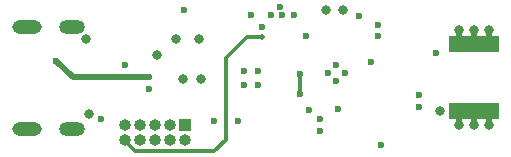
<source format=gbr>
%TF.GenerationSoftware,KiCad,Pcbnew,(5.1.8)-1*%
%TF.CreationDate,2020-12-12T20:42:25+01:00*%
%TF.ProjectId,NRF24Stick,4e524632-3453-4746-9963-6b2e6b696361,rev?*%
%TF.SameCoordinates,Original*%
%TF.FileFunction,Copper,L4,Bot*%
%TF.FilePolarity,Positive*%
%FSLAX46Y46*%
G04 Gerber Fmt 4.6, Leading zero omitted, Abs format (unit mm)*
G04 Created by KiCad (PCBNEW (5.1.8)-1) date 2020-12-12 20:42:25*
%MOMM*%
%LPD*%
G01*
G04 APERTURE LIST*
%TA.AperFunction,SMDPad,CuDef*%
%ADD10R,4.200000X1.350000*%
%TD*%
%TA.AperFunction,ComponentPad*%
%ADD11O,2.500000X1.200000*%
%TD*%
%TA.AperFunction,ComponentPad*%
%ADD12O,2.200000X1.200000*%
%TD*%
%TA.AperFunction,ComponentPad*%
%ADD13O,1.000000X1.000000*%
%TD*%
%TA.AperFunction,ComponentPad*%
%ADD14R,1.000000X1.000000*%
%TD*%
%TA.AperFunction,ViaPad*%
%ADD15C,0.600000*%
%TD*%
%TA.AperFunction,ViaPad*%
%ADD16C,0.800000*%
%TD*%
%TA.AperFunction,ViaPad*%
%ADD17C,0.500000*%
%TD*%
%TA.AperFunction,Conductor*%
%ADD18C,0.500000*%
%TD*%
%TA.AperFunction,Conductor*%
%ADD19C,0.300000*%
%TD*%
G04 APERTURE END LIST*
D10*
%TO.P,J3,2*%
%TO.N,GND*%
X148750000Y-118325000D03*
X148750000Y-112675000D03*
%TD*%
D11*
%TO.P,J2,S1*%
%TO.N,Net-(J2-PadS1)*%
X110900000Y-111180000D03*
X110900000Y-119820000D03*
D12*
X114725000Y-119820000D03*
X114725000Y-111180000D03*
%TD*%
D13*
%TO.P,J1,10*%
%TO.N,/NRST*%
X119170000Y-120770000D03*
%TO.P,J1,9*%
%TO.N,GND*%
X119170000Y-119500000D03*
%TO.P,J1,8*%
%TO.N,N/C*%
X120440000Y-120770000D03*
%TO.P,J1,7*%
X120440000Y-119500000D03*
%TO.P,J1,6*%
X121710000Y-120770000D03*
%TO.P,J1,5*%
%TO.N,GND*%
X121710000Y-119500000D03*
%TO.P,J1,4*%
%TO.N,/SWCLK*%
X122980000Y-120770000D03*
%TO.P,J1,3*%
%TO.N,GND*%
X122980000Y-119500000D03*
%TO.P,J1,2*%
%TO.N,/SWDIO*%
X124250000Y-120770000D03*
D14*
%TO.P,J1,1*%
%TO.N,+3V3*%
X124250000Y-119500000D03*
%TD*%
D15*
%TO.N,GND*%
X137100000Y-114400000D03*
X137100000Y-115800000D03*
X137800000Y-115100000D03*
X136400000Y-115100000D03*
X129300000Y-116100000D03*
X130500000Y-116100000D03*
X130500000Y-114900000D03*
D16*
X150000000Y-111500000D03*
X148750000Y-111500000D03*
X147500000Y-111500000D03*
D15*
X129900000Y-110199992D03*
X132300030Y-109500000D03*
X124200000Y-109800000D03*
X117200000Y-119000000D03*
X121250000Y-116500000D03*
D16*
X116149997Y-118600007D03*
X115862618Y-112235285D03*
D15*
X134500000Y-112000000D03*
X137201483Y-118150503D03*
X134750000Y-118250000D03*
D16*
X123500000Y-112250000D03*
X121899976Y-113600024D03*
X124125013Y-115625013D03*
D15*
X140900002Y-121200002D03*
X135700000Y-120050000D03*
X144100000Y-117000000D03*
X144100000Y-118000000D03*
X145500000Y-113400000D03*
D16*
X148750000Y-119500000D03*
X147500000Y-119500000D03*
X150000000Y-119500000D03*
D15*
X119192788Y-114465209D03*
X139000000Y-110299978D03*
X140599998Y-111000000D03*
D16*
X137700000Y-109800000D03*
D15*
X126699994Y-119199994D03*
X129300000Y-114900000D03*
X132530027Y-110230027D03*
X133500000Y-110199980D03*
X140000000Y-114173428D03*
D16*
X145900000Y-118300000D03*
D15*
%TO.N,+3V3*%
X130800000Y-111200000D03*
D16*
X125500000Y-112250000D03*
X125625001Y-115625001D03*
D15*
X135750000Y-119000000D03*
X140600000Y-112000000D03*
D16*
X136200000Y-109800000D03*
D15*
X128800000Y-119200000D03*
X131569976Y-110230000D03*
D17*
%TO.N,/NRST*%
X130800000Y-112100000D03*
D15*
%TO.N,+5V*%
X121250000Y-115463972D03*
X113400000Y-114094998D03*
%TO.N,/SPI_SCK*%
X134000000Y-116900000D03*
X133992941Y-115192836D03*
%TD*%
D18*
%TO.N,GND*%
X148750000Y-111500000D02*
X148750000Y-112675000D01*
X147500000Y-112675000D02*
X148750000Y-112675000D01*
X147500000Y-111500000D02*
X147500000Y-112675000D01*
X150000000Y-112675000D02*
X148750000Y-112675000D01*
X150000000Y-111500000D02*
X150000000Y-112675000D01*
X148750000Y-119500000D02*
X148750000Y-118325000D01*
X147500000Y-118325000D02*
X148750000Y-118325000D01*
X147500000Y-119500000D02*
X147500000Y-118325000D01*
X150000000Y-118325000D02*
X148750000Y-118325000D01*
X150000000Y-119500000D02*
X150000000Y-118325000D01*
D19*
%TO.N,/NRST*%
X129525000Y-112100000D02*
X130800000Y-112100000D01*
X127750000Y-113875000D02*
X129525000Y-112100000D01*
X127750000Y-120750000D02*
X127750000Y-113875000D01*
X126750000Y-121750000D02*
X127750000Y-120750000D01*
X120075000Y-121750000D02*
X126750000Y-121750000D01*
X119170000Y-120845000D02*
X120075000Y-121750000D01*
X119170000Y-120770000D02*
X119170000Y-120845000D01*
D18*
%TO.N,+5V*%
X114768974Y-115463972D02*
X113400000Y-114094998D01*
X121250000Y-115463972D02*
X114768974Y-115463972D01*
D19*
%TO.N,/SPI_SCK*%
X133992941Y-115192836D02*
X133992941Y-116892941D01*
X133992941Y-116892941D02*
X134000000Y-116900000D01*
%TD*%
M02*

</source>
